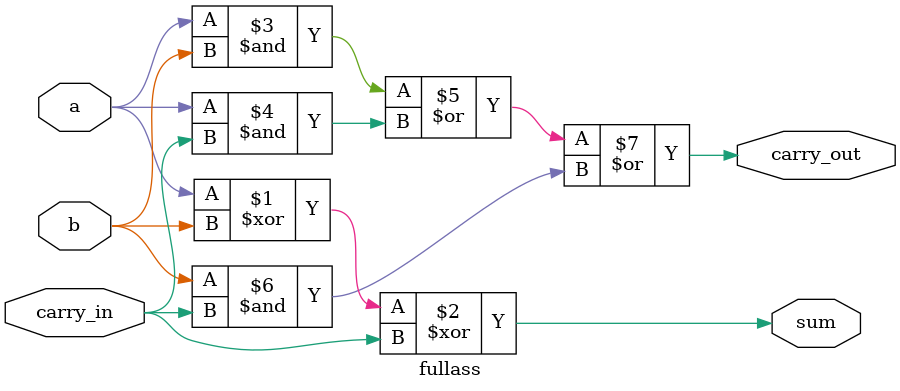
<source format=sv>
module fullass(input carry_in, a, b, output carry_out, sum);
    assign sum = a ^ b ^ carry_in;
    assign carry_out = (a & b) |
                       (a & carry_in) |
                       (b & carry_in);
endmodule

</source>
